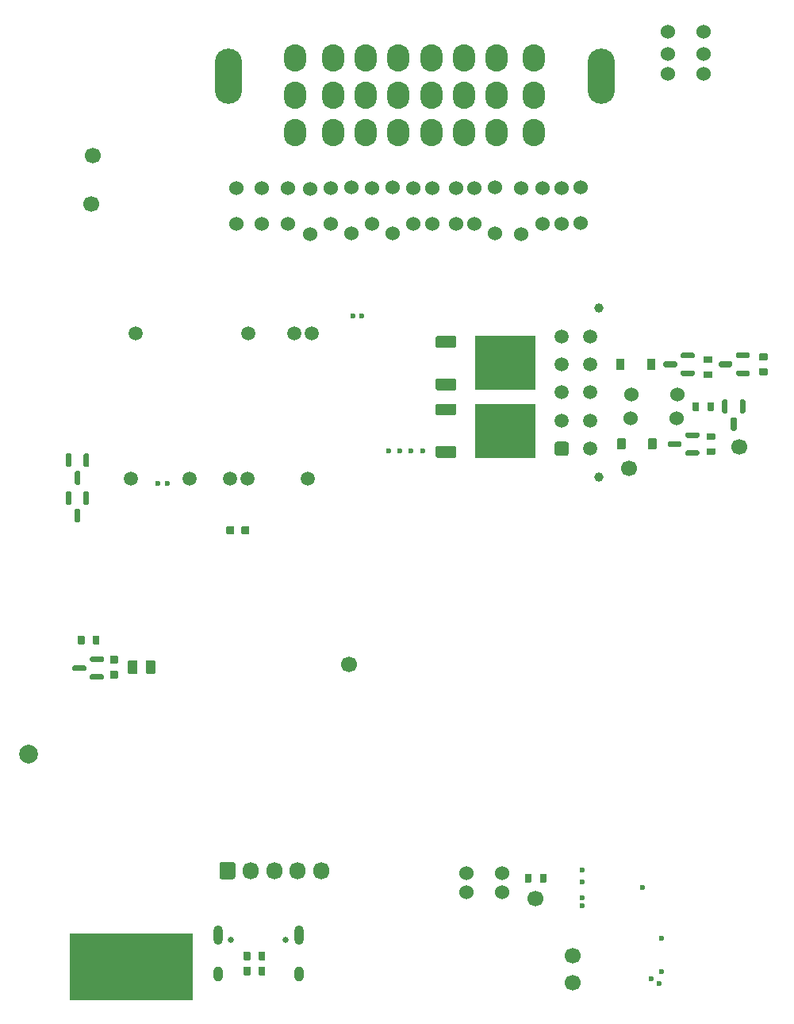
<source format=gbs>
G04 #@! TF.GenerationSoftware,KiCad,Pcbnew,7.0.6-7.0.6~ubuntu22.04.1*
G04 #@! TF.CreationDate,2023-07-25T21:17:33+00:00*
G04 #@! TF.ProjectId,alphax_2ch,616c7068-6178-45f3-9263-682e6b696361,G*
G04 #@! TF.SameCoordinates,PX141f5e0PYa2cace0*
G04 #@! TF.FileFunction,Soldermask,Bot*
G04 #@! TF.FilePolarity,Negative*
%FSLAX46Y46*%
G04 Gerber Fmt 4.6, Leading zero omitted, Abs format (unit mm)*
G04 Created by KiCad (PCBNEW 7.0.6-7.0.6~ubuntu22.04.1) date 2023-07-25 21:17:33*
%MOMM*%
%LPD*%
G01*
G04 APERTURE LIST*
%ADD10C,0.120000*%
%ADD11C,1.524000*%
%ADD12O,1.700000X1.850000*%
%ADD13C,0.650000*%
%ADD14O,1.000000X2.100000*%
%ADD15O,1.000000X1.600000*%
%ADD16C,1.700000*%
%ADD17C,1.000000*%
%ADD18C,1.500000*%
%ADD19C,0.599999*%
%ADD20C,0.600000*%
%ADD21O,2.900000X5.900000*%
%ADD22O,2.400000X2.900000*%
%ADD23R,6.400000X5.800000*%
%ADD24C,2.000000*%
G04 APERTURE END LIST*
G04 #@! TO.C,U4*
D10*
X19700000Y200000D02*
X6700000Y200000D01*
X6700000Y7200000D01*
X19700000Y7200000D01*
X19700000Y200000D01*
G36*
X19700000Y200000D02*
G01*
X6700000Y200000D01*
X6700000Y7200000D01*
X19700000Y7200000D01*
X19700000Y200000D01*
G37*
G04 #@! TD*
D11*
G04 #@! TO.C,R8*
X49836417Y82896579D03*
X49836417Y86706579D03*
G04 #@! TD*
G04 #@! TO.C,R9*
X47882571Y82918049D03*
X47882571Y86728049D03*
G04 #@! TD*
G04 #@! TO.C,F7*
X66550000Y62100000D03*
X71450000Y62100000D03*
G04 #@! TD*
G04 #@! TO.C,F4*
X36700000Y86750000D03*
X36700000Y81850000D03*
G04 #@! TD*
G04 #@! TO.C,J5*
G36*
G01*
X22650000Y13225000D02*
X22650000Y14575000D01*
G75*
G02*
X22900000Y14825000I250000J0D01*
G01*
X24100000Y14825000D01*
G75*
G02*
X24350000Y14575000I0J-250000D01*
G01*
X24350000Y13225000D01*
G75*
G02*
X24100000Y12975000I-250000J0D01*
G01*
X22900000Y12975000D01*
G75*
G02*
X22650000Y13225000I0J250000D01*
G01*
G37*
D12*
X26000000Y13900000D03*
X28500000Y13900000D03*
X31000000Y13900000D03*
X33500000Y13900000D03*
G04 #@! TD*
D13*
G04 #@! TO.C,J6*
X23910000Y6520000D03*
X29690000Y6520000D03*
D14*
X22480000Y7020000D03*
D15*
X22480000Y2840000D03*
D14*
X31120000Y7020000D03*
D15*
X31120000Y2840000D03*
G04 #@! TD*
D16*
G04 #@! TO.C,P2*
X78100000Y59100000D03*
G04 #@! TD*
D11*
G04 #@! TO.C,R11*
X24500000Y82895000D03*
X24500000Y86705000D03*
G04 #@! TD*
G04 #@! TO.C,R6*
X74305000Y103400000D03*
X70495000Y103400000D03*
G04 #@! TD*
D17*
G04 #@! TO.C,J1*
X63125000Y55900000D03*
X63125000Y73900000D03*
G36*
G01*
X59684999Y58150000D02*
X58685001Y58150000D01*
G75*
G02*
X58435000Y58400001I0J250001D01*
G01*
X58435000Y59399999D01*
G75*
G02*
X58685001Y59650000I250001J0D01*
G01*
X59684999Y59650000D01*
G75*
G02*
X59935000Y59399999I0J-250001D01*
G01*
X59935000Y58400001D01*
G75*
G02*
X59684999Y58150000I-250001J0D01*
G01*
G37*
D18*
X59185000Y61900000D03*
X59185000Y64900000D03*
X59185000Y67900000D03*
X59185000Y70900000D03*
X62185000Y58900000D03*
X62185000Y61900000D03*
X62185000Y64900000D03*
X62185000Y67900000D03*
X62185000Y70900000D03*
G04 #@! TD*
D11*
G04 #@! TO.C,R17*
X38900000Y82895000D03*
X38900000Y86705000D03*
G04 #@! TD*
D19*
G04 #@! TO.C,M8*
X69577499Y1826662D03*
X68702497Y2351662D03*
X69877501Y3101660D03*
X69802498Y6651661D03*
G04 #@! TD*
D11*
G04 #@! TO.C,F6*
X66600010Y64700000D03*
X71500010Y64700000D03*
G04 #@! TD*
G04 #@! TO.C,R16*
X45400000Y82895000D03*
X45400000Y86705000D03*
G04 #@! TD*
D16*
G04 #@! TO.C,P3*
X60400000Y1900000D03*
G04 #@! TD*
D18*
G04 #@! TO.C,M1*
X32074999Y55675006D03*
X25675002Y55675006D03*
X23774999Y55675006D03*
X19474999Y55675006D03*
D20*
X17075002Y55225007D03*
X16075001Y55225007D03*
D18*
X13224999Y55675006D03*
X32525001Y71175003D03*
X30675002Y71175003D03*
X25724999Y71175003D03*
X13675001Y71175003D03*
G04 #@! TD*
D16*
G04 #@! TO.C,P5*
X56400000Y10900000D03*
G04 #@! TD*
G04 #@! TO.C,J10*
X66375000Y56800000D03*
G04 #@! TD*
D20*
G04 #@! TO.C,M3*
X41925000Y58675000D03*
X40725000Y58675000D03*
X43125000Y58675000D03*
X44325000Y58675000D03*
X37865000Y73100000D03*
X36865000Y73100000D03*
G04 #@! TD*
D11*
G04 #@! TO.C,R10*
X43300000Y82895000D03*
X43300000Y86705000D03*
G04 #@! TD*
G04 #@! TO.C,R19*
X30000000Y82895000D03*
X30000000Y86705000D03*
G04 #@! TD*
G04 #@! TO.C,F1*
X54846000Y86700000D03*
X54846000Y81800000D03*
G04 #@! TD*
G04 #@! TO.C,R14*
X70495000Y98900000D03*
X74305000Y98900000D03*
G04 #@! TD*
G04 #@! TO.C,F3*
X41100000Y86750000D03*
X41100000Y81850000D03*
G04 #@! TD*
D19*
G04 #@! TO.C,M4*
X67793366Y12132507D03*
X61368367Y13962500D03*
X61368367Y12687502D03*
X61368367Y11037513D03*
X61368367Y10137502D03*
G04 #@! TD*
D16*
G04 #@! TO.C,J9*
X36475000Y35925000D03*
G04 #@! TD*
D11*
G04 #@! TO.C,R26*
X52805000Y11600000D03*
X48995000Y11600000D03*
G04 #@! TD*
G04 #@! TO.C,R25*
X52805000Y13600000D03*
X48995000Y13600000D03*
G04 #@! TD*
G04 #@! TO.C,R15*
X57132000Y82895000D03*
X57132000Y86705000D03*
G04 #@! TD*
G04 #@! TO.C,R7*
X59164000Y82895000D03*
X59164000Y86705000D03*
G04 #@! TD*
G04 #@! TO.C,R13*
X74305000Y101000000D03*
X70495000Y101000000D03*
G04 #@! TD*
G04 #@! TO.C,R20*
X61196000Y82943000D03*
X61196000Y86753000D03*
G04 #@! TD*
D21*
G04 #@! TO.C,P1*
X23600000Y98599000D03*
X63400000Y98599000D03*
D22*
X30750000Y92599000D03*
X34750000Y92599000D03*
X38250000Y92599000D03*
X41750000Y92599000D03*
X45250000Y92599000D03*
X48750000Y92599000D03*
X52250000Y92599000D03*
X56250000Y92599000D03*
X30750000Y96599000D03*
X34750000Y96599000D03*
X38250000Y96599000D03*
X41750000Y96599000D03*
X45250000Y96599000D03*
X48750000Y96599000D03*
X52250000Y96599000D03*
X56250000Y96599000D03*
X30750000Y100599000D03*
X34750000Y100599000D03*
X38250000Y100599000D03*
X41750000Y100599000D03*
X45250000Y100599000D03*
X48750000Y100599000D03*
X52250000Y100599000D03*
X56250000Y100599000D03*
G04 #@! TD*
D11*
G04 #@! TO.C,R12*
X27200000Y82895000D03*
X27200000Y86705000D03*
G04 #@! TD*
G04 #@! TO.C,R18*
X34500000Y82895000D03*
X34500000Y86705000D03*
G04 #@! TD*
D16*
G04 #@! TO.C,P4*
X60400000Y4800000D03*
G04 #@! TD*
D11*
G04 #@! TO.C,F5*
X32300000Y86650000D03*
X32300000Y81750000D03*
G04 #@! TD*
G04 #@! TO.C,F2*
X52052000Y86750000D03*
X52052000Y81850000D03*
G04 #@! TD*
G04 #@! TO.C,R29*
G36*
G01*
X55250000Y12710000D02*
X55250000Y13490000D01*
G75*
G02*
X55320000Y13560000I70000J0D01*
G01*
X55880000Y13560000D01*
G75*
G02*
X55950000Y13490000I0J-70000D01*
G01*
X55950000Y12710000D01*
G75*
G02*
X55880000Y12640000I-70000J0D01*
G01*
X55320000Y12640000D01*
G75*
G02*
X55250000Y12710000I0J70000D01*
G01*
G37*
G36*
G01*
X56850000Y12710000D02*
X56850000Y13490000D01*
G75*
G02*
X56920000Y13560000I70000J0D01*
G01*
X57480000Y13560000D01*
G75*
G02*
X57550000Y13490000I0J-70000D01*
G01*
X57550000Y12710000D01*
G75*
G02*
X57480000Y12640000I-70000J0D01*
G01*
X56920000Y12640000D01*
G75*
G02*
X56850000Y12710000I0J70000D01*
G01*
G37*
G04 #@! TD*
G04 #@! TO.C,R4*
G36*
G01*
X25250000Y2810000D02*
X25250000Y3590000D01*
G75*
G02*
X25320000Y3660000I70000J0D01*
G01*
X25880000Y3660000D01*
G75*
G02*
X25950000Y3590000I0J-70000D01*
G01*
X25950000Y2810000D01*
G75*
G02*
X25880000Y2740000I-70000J0D01*
G01*
X25320000Y2740000D01*
G75*
G02*
X25250000Y2810000I0J70000D01*
G01*
G37*
G36*
G01*
X26850000Y2810000D02*
X26850000Y3590000D01*
G75*
G02*
X26920000Y3660000I70000J0D01*
G01*
X27480000Y3660000D01*
G75*
G02*
X27550000Y3590000I0J-70000D01*
G01*
X27550000Y2810000D01*
G75*
G02*
X27480000Y2740000I-70000J0D01*
G01*
X26920000Y2740000D01*
G75*
G02*
X26850000Y2810000I0J70000D01*
G01*
G37*
G04 #@! TD*
G04 #@! TO.C,R60*
G36*
G01*
X12900000Y34975000D02*
X12900000Y36225000D01*
G75*
G02*
X13000000Y36325000I100000J0D01*
G01*
X13800000Y36325000D01*
G75*
G02*
X13900000Y36225000I0J-100000D01*
G01*
X13900000Y34975000D01*
G75*
G02*
X13800000Y34875000I-100000J0D01*
G01*
X13000000Y34875000D01*
G75*
G02*
X12900000Y34975000I0J100000D01*
G01*
G37*
G36*
G01*
X14800022Y34975000D02*
X14800022Y36225000D01*
G75*
G02*
X14900022Y36325000I100000J0D01*
G01*
X15700022Y36325000D01*
G75*
G02*
X15800022Y36225000I0J-100000D01*
G01*
X15800022Y34975000D01*
G75*
G02*
X15700022Y34875000I-100000J0D01*
G01*
X14900022Y34875000D01*
G75*
G02*
X14800022Y34975000I0J100000D01*
G01*
G37*
G04 #@! TD*
D16*
G04 #@! TO.C,J8*
X9000000Y85000000D03*
G04 #@! TD*
G04 #@! TO.C,D32*
G36*
G01*
X65100000Y58890000D02*
X65100000Y59910000D01*
G75*
G02*
X65190000Y60000000I90000J0D01*
G01*
X65910000Y60000000D01*
G75*
G02*
X66000000Y59910000I0J-90000D01*
G01*
X66000000Y58890000D01*
G75*
G02*
X65910000Y58800000I-90000J0D01*
G01*
X65190000Y58800000D01*
G75*
G02*
X65100000Y58890000I0J90000D01*
G01*
G37*
G36*
G01*
X68400000Y58890000D02*
X68400000Y59910000D01*
G75*
G02*
X68490000Y60000000I90000J0D01*
G01*
X69210000Y60000000D01*
G75*
G02*
X69300000Y59910000I0J-90000D01*
G01*
X69300000Y58890000D01*
G75*
G02*
X69210000Y58800000I-90000J0D01*
G01*
X68490000Y58800000D01*
G75*
G02*
X68400000Y58890000I0J90000D01*
G01*
G37*
G04 #@! TD*
G04 #@! TO.C,D28*
G36*
G01*
X6400000Y54375000D02*
X6700000Y54375000D01*
G75*
G02*
X6850000Y54225000I0J-150000D01*
G01*
X6850000Y53050000D01*
G75*
G02*
X6700000Y52900000I-150000J0D01*
G01*
X6400000Y52900000D01*
G75*
G02*
X6250000Y53050000I0J150000D01*
G01*
X6250000Y54225000D01*
G75*
G02*
X6400000Y54375000I150000J0D01*
G01*
G37*
G36*
G01*
X8300000Y54375000D02*
X8600000Y54375000D01*
G75*
G02*
X8750000Y54225000I0J-150000D01*
G01*
X8750000Y53050000D01*
G75*
G02*
X8600000Y52900000I-150000J0D01*
G01*
X8300000Y52900000D01*
G75*
G02*
X8150000Y53050000I0J150000D01*
G01*
X8150000Y54225000D01*
G75*
G02*
X8300000Y54375000I150000J0D01*
G01*
G37*
G36*
G01*
X7350000Y52500000D02*
X7650000Y52500000D01*
G75*
G02*
X7800000Y52350000I0J-150000D01*
G01*
X7800000Y51175000D01*
G75*
G02*
X7650000Y51025000I-150000J0D01*
G01*
X7350000Y51025000D01*
G75*
G02*
X7200000Y51175000I0J150000D01*
G01*
X7200000Y52350000D01*
G75*
G02*
X7350000Y52500000I150000J0D01*
G01*
G37*
G04 #@! TD*
G04 #@! TO.C,R66*
G36*
G01*
X74410000Y68750000D02*
X75190000Y68750000D01*
G75*
G02*
X75260000Y68680000I0J-70000D01*
G01*
X75260000Y68120000D01*
G75*
G02*
X75190000Y68050000I-70000J0D01*
G01*
X74410000Y68050000D01*
G75*
G02*
X74340000Y68120000I0J70000D01*
G01*
X74340000Y68680000D01*
G75*
G02*
X74410000Y68750000I70000J0D01*
G01*
G37*
G36*
G01*
X74410000Y67150000D02*
X75190000Y67150000D01*
G75*
G02*
X75260000Y67080000I0J-70000D01*
G01*
X75260000Y66520000D01*
G75*
G02*
X75190000Y66450000I-70000J0D01*
G01*
X74410000Y66450000D01*
G75*
G02*
X74340000Y66520000I0J70000D01*
G01*
X74340000Y67080000D01*
G75*
G02*
X74410000Y67150000I70000J0D01*
G01*
G37*
G04 #@! TD*
G04 #@! TO.C,Q8*
G36*
G01*
X45725000Y58065000D02*
X45725000Y59025000D01*
G75*
G02*
X45845000Y59145000I120000J0D01*
G01*
X47805000Y59145000D01*
G75*
G02*
X47925000Y59025000I0J-120000D01*
G01*
X47925000Y58065000D01*
G75*
G02*
X47805000Y57945000I-120000J0D01*
G01*
X45845000Y57945000D01*
G75*
G02*
X45725000Y58065000I0J120000D01*
G01*
G37*
D23*
X53125000Y60825000D03*
G36*
G01*
X45725000Y62625000D02*
X45725000Y63585000D01*
G75*
G02*
X45845000Y63705000I120000J0D01*
G01*
X47805000Y63705000D01*
G75*
G02*
X47925000Y63585000I0J-120000D01*
G01*
X47925000Y62625000D01*
G75*
G02*
X47805000Y62505000I-120000J0D01*
G01*
X45845000Y62505000D01*
G75*
G02*
X45725000Y62625000I0J120000D01*
G01*
G37*
G04 #@! TD*
G04 #@! TO.C,R57*
G36*
G01*
X7550000Y38110000D02*
X7550000Y38890000D01*
G75*
G02*
X7620000Y38960000I70000J0D01*
G01*
X8180000Y38960000D01*
G75*
G02*
X8250000Y38890000I0J-70000D01*
G01*
X8250000Y38110000D01*
G75*
G02*
X8180000Y38040000I-70000J0D01*
G01*
X7620000Y38040000D01*
G75*
G02*
X7550000Y38110000I0J70000D01*
G01*
G37*
G36*
G01*
X9150000Y38110000D02*
X9150000Y38890000D01*
G75*
G02*
X9220000Y38960000I70000J0D01*
G01*
X9780000Y38960000D01*
G75*
G02*
X9850000Y38890000I0J-70000D01*
G01*
X9850000Y38110000D01*
G75*
G02*
X9780000Y38040000I-70000J0D01*
G01*
X9220000Y38040000D01*
G75*
G02*
X9150000Y38110000I0J70000D01*
G01*
G37*
G04 #@! TD*
G04 #@! TO.C,Q19*
G36*
G01*
X73875000Y60500000D02*
X73875000Y60200000D01*
G75*
G02*
X73725000Y60050000I-150000J0D01*
G01*
X72550000Y60050000D01*
G75*
G02*
X72400000Y60200000I0J150000D01*
G01*
X72400000Y60500000D01*
G75*
G02*
X72550000Y60650000I150000J0D01*
G01*
X73725000Y60650000D01*
G75*
G02*
X73875000Y60500000I0J-150000D01*
G01*
G37*
G36*
G01*
X73875000Y58600000D02*
X73875000Y58300000D01*
G75*
G02*
X73725000Y58150000I-150000J0D01*
G01*
X72550000Y58150000D01*
G75*
G02*
X72400000Y58300000I0J150000D01*
G01*
X72400000Y58600000D01*
G75*
G02*
X72550000Y58750000I150000J0D01*
G01*
X73725000Y58750000D01*
G75*
G02*
X73875000Y58600000I0J-150000D01*
G01*
G37*
G36*
G01*
X72000000Y59550000D02*
X72000000Y59250000D01*
G75*
G02*
X71850000Y59100000I-150000J0D01*
G01*
X70675000Y59100000D01*
G75*
G02*
X70525000Y59250000I0J150000D01*
G01*
X70525000Y59550000D01*
G75*
G02*
X70675000Y59700000I150000J0D01*
G01*
X71850000Y59700000D01*
G75*
G02*
X72000000Y59550000I0J-150000D01*
G01*
G37*
G04 #@! TD*
G04 #@! TO.C,Q18*
G36*
G01*
X73375000Y69000000D02*
X73375000Y68700000D01*
G75*
G02*
X73225000Y68550000I-150000J0D01*
G01*
X72050000Y68550000D01*
G75*
G02*
X71900000Y68700000I0J150000D01*
G01*
X71900000Y69000000D01*
G75*
G02*
X72050000Y69150000I150000J0D01*
G01*
X73225000Y69150000D01*
G75*
G02*
X73375000Y69000000I0J-150000D01*
G01*
G37*
G36*
G01*
X73375000Y67100000D02*
X73375000Y66800000D01*
G75*
G02*
X73225000Y66650000I-150000J0D01*
G01*
X72050000Y66650000D01*
G75*
G02*
X71900000Y66800000I0J150000D01*
G01*
X71900000Y67100000D01*
G75*
G02*
X72050000Y67250000I150000J0D01*
G01*
X73225000Y67250000D01*
G75*
G02*
X73375000Y67100000I0J-150000D01*
G01*
G37*
G36*
G01*
X71500000Y68050000D02*
X71500000Y67750000D01*
G75*
G02*
X71350000Y67600000I-150000J0D01*
G01*
X70175000Y67600000D01*
G75*
G02*
X70025000Y67750000I0J150000D01*
G01*
X70025000Y68050000D01*
G75*
G02*
X70175000Y68200000I150000J0D01*
G01*
X71350000Y68200000D01*
G75*
G02*
X71500000Y68050000I0J-150000D01*
G01*
G37*
G04 #@! TD*
G04 #@! TO.C,D29*
G36*
G01*
X6400000Y58412500D02*
X6700000Y58412500D01*
G75*
G02*
X6850000Y58262500I0J-150000D01*
G01*
X6850000Y57087500D01*
G75*
G02*
X6700000Y56937500I-150000J0D01*
G01*
X6400000Y56937500D01*
G75*
G02*
X6250000Y57087500I0J150000D01*
G01*
X6250000Y58262500D01*
G75*
G02*
X6400000Y58412500I150000J0D01*
G01*
G37*
G36*
G01*
X8300000Y58412500D02*
X8600000Y58412500D01*
G75*
G02*
X8750000Y58262500I0J-150000D01*
G01*
X8750000Y57087500D01*
G75*
G02*
X8600000Y56937500I-150000J0D01*
G01*
X8300000Y56937500D01*
G75*
G02*
X8150000Y57087500I0J150000D01*
G01*
X8150000Y58262500D01*
G75*
G02*
X8300000Y58412500I150000J0D01*
G01*
G37*
G36*
G01*
X7350000Y56537500D02*
X7650000Y56537500D01*
G75*
G02*
X7800000Y56387500I0J-150000D01*
G01*
X7800000Y55212500D01*
G75*
G02*
X7650000Y55062500I-150000J0D01*
G01*
X7350000Y55062500D01*
G75*
G02*
X7200000Y55212500I0J150000D01*
G01*
X7200000Y56387500D01*
G75*
G02*
X7350000Y56537500I150000J0D01*
G01*
G37*
G04 #@! TD*
G04 #@! TO.C,C5*
G36*
G01*
X11740000Y34384999D02*
X11060000Y34384999D01*
G75*
G02*
X10975000Y34469999I0J85000D01*
G01*
X10975000Y35149999D01*
G75*
G02*
X11060000Y35234999I85000J0D01*
G01*
X11740000Y35234999D01*
G75*
G02*
X11825000Y35149999I0J-85000D01*
G01*
X11825000Y34469999D01*
G75*
G02*
X11740000Y34384999I-85000J0D01*
G01*
G37*
G36*
G01*
X11740000Y35965001D02*
X11060000Y35965001D01*
G75*
G02*
X10975000Y36050001I0J85000D01*
G01*
X10975000Y36730001D01*
G75*
G02*
X11060000Y36815001I85000J0D01*
G01*
X11740000Y36815001D01*
G75*
G02*
X11825000Y36730001I0J-85000D01*
G01*
X11825000Y36050001D01*
G75*
G02*
X11740000Y35965001I-85000J0D01*
G01*
G37*
G04 #@! TD*
D16*
G04 #@! TO.C,J7*
X9100000Y90200000D03*
G04 #@! TD*
G04 #@! TO.C,Q25*
G36*
G01*
X76450000Y64137500D02*
X76750000Y64137500D01*
G75*
G02*
X76900000Y63987500I0J-150000D01*
G01*
X76900000Y62812500D01*
G75*
G02*
X76750000Y62662500I-150000J0D01*
G01*
X76450000Y62662500D01*
G75*
G02*
X76300000Y62812500I0J150000D01*
G01*
X76300000Y63987500D01*
G75*
G02*
X76450000Y64137500I150000J0D01*
G01*
G37*
G36*
G01*
X77400000Y62262500D02*
X77700000Y62262500D01*
G75*
G02*
X77850000Y62112500I0J-150000D01*
G01*
X77850000Y60937500D01*
G75*
G02*
X77700000Y60787500I-150000J0D01*
G01*
X77400000Y60787500D01*
G75*
G02*
X77250000Y60937500I0J150000D01*
G01*
X77250000Y62112500D01*
G75*
G02*
X77400000Y62262500I150000J0D01*
G01*
G37*
G36*
G01*
X78350000Y64137500D02*
X78650000Y64137500D01*
G75*
G02*
X78800000Y63987500I0J-150000D01*
G01*
X78800000Y62812500D01*
G75*
G02*
X78650000Y62662500I-150000J0D01*
G01*
X78350000Y62662500D01*
G75*
G02*
X78200000Y62812500I0J150000D01*
G01*
X78200000Y63987500D01*
G75*
G02*
X78350000Y64137500I150000J0D01*
G01*
G37*
G04 #@! TD*
G04 #@! TO.C,D27*
G36*
G01*
X10312500Y36600000D02*
X10312500Y36300000D01*
G75*
G02*
X10162500Y36150000I-150000J0D01*
G01*
X8987500Y36150000D01*
G75*
G02*
X8837500Y36300000I0J150000D01*
G01*
X8837500Y36600000D01*
G75*
G02*
X8987500Y36750000I150000J0D01*
G01*
X10162500Y36750000D01*
G75*
G02*
X10312500Y36600000I0J-150000D01*
G01*
G37*
G36*
G01*
X8437500Y35650000D02*
X8437500Y35350000D01*
G75*
G02*
X8287500Y35200000I-150000J0D01*
G01*
X7112500Y35200000D01*
G75*
G02*
X6962500Y35350000I0J150000D01*
G01*
X6962500Y35650000D01*
G75*
G02*
X7112500Y35800000I150000J0D01*
G01*
X8287500Y35800000D01*
G75*
G02*
X8437500Y35650000I0J-150000D01*
G01*
G37*
G36*
G01*
X10312500Y34700000D02*
X10312500Y34400000D01*
G75*
G02*
X10162500Y34250000I-150000J0D01*
G01*
X8987500Y34250000D01*
G75*
G02*
X8837500Y34400000I0J150000D01*
G01*
X8837500Y34700000D01*
G75*
G02*
X8987500Y34850000I150000J0D01*
G01*
X10162500Y34850000D01*
G75*
G02*
X10312500Y34700000I0J-150000D01*
G01*
G37*
G04 #@! TD*
G04 #@! TO.C,R73*
G36*
G01*
X80310000Y69050000D02*
X81090000Y69050000D01*
G75*
G02*
X81160000Y68980000I0J-70000D01*
G01*
X81160000Y68420000D01*
G75*
G02*
X81090000Y68350000I-70000J0D01*
G01*
X80310000Y68350000D01*
G75*
G02*
X80240000Y68420000I0J70000D01*
G01*
X80240000Y68980000D01*
G75*
G02*
X80310000Y69050000I70000J0D01*
G01*
G37*
G36*
G01*
X80310000Y67450000D02*
X81090000Y67450000D01*
G75*
G02*
X81160000Y67380000I0J-70000D01*
G01*
X81160000Y66820000D01*
G75*
G02*
X81090000Y66750000I-70000J0D01*
G01*
X80310000Y66750000D01*
G75*
G02*
X80240000Y66820000I0J70000D01*
G01*
X80240000Y67380000D01*
G75*
G02*
X80310000Y67450000I70000J0D01*
G01*
G37*
G04 #@! TD*
G04 #@! TO.C,D31*
G36*
G01*
X65000000Y67390000D02*
X65000000Y68410000D01*
G75*
G02*
X65090000Y68500000I90000J0D01*
G01*
X65810000Y68500000D01*
G75*
G02*
X65900000Y68410000I0J-90000D01*
G01*
X65900000Y67390000D01*
G75*
G02*
X65810000Y67300000I-90000J0D01*
G01*
X65090000Y67300000D01*
G75*
G02*
X65000000Y67390000I0J90000D01*
G01*
G37*
G36*
G01*
X68300000Y67390000D02*
X68300000Y68410000D01*
G75*
G02*
X68390000Y68500000I90000J0D01*
G01*
X69110000Y68500000D01*
G75*
G02*
X69200000Y68410000I0J-90000D01*
G01*
X69200000Y67390000D01*
G75*
G02*
X69110000Y67300000I-90000J0D01*
G01*
X68390000Y67300000D01*
G75*
G02*
X68300000Y67390000I0J90000D01*
G01*
G37*
G04 #@! TD*
D24*
G04 #@! TO.C,J4*
X2250000Y26300000D03*
G04 #@! TD*
G04 #@! TO.C,Q24*
G36*
G01*
X79275000Y69000000D02*
X79275000Y68700000D01*
G75*
G02*
X79125000Y68550000I-150000J0D01*
G01*
X77950000Y68550000D01*
G75*
G02*
X77800000Y68700000I0J150000D01*
G01*
X77800000Y69000000D01*
G75*
G02*
X77950000Y69150000I150000J0D01*
G01*
X79125000Y69150000D01*
G75*
G02*
X79275000Y69000000I0J-150000D01*
G01*
G37*
G36*
G01*
X77400000Y68050000D02*
X77400000Y67750000D01*
G75*
G02*
X77250000Y67600000I-150000J0D01*
G01*
X76075000Y67600000D01*
G75*
G02*
X75925000Y67750000I0J150000D01*
G01*
X75925000Y68050000D01*
G75*
G02*
X76075000Y68200000I150000J0D01*
G01*
X77250000Y68200000D01*
G75*
G02*
X77400000Y68050000I0J-150000D01*
G01*
G37*
G36*
G01*
X79275000Y67100000D02*
X79275000Y66800000D01*
G75*
G02*
X79125000Y66650000I-150000J0D01*
G01*
X77950000Y66650000D01*
G75*
G02*
X77800000Y66800000I0J150000D01*
G01*
X77800000Y67100000D01*
G75*
G02*
X77950000Y67250000I150000J0D01*
G01*
X79125000Y67250000D01*
G75*
G02*
X79275000Y67100000I0J-150000D01*
G01*
G37*
G04 #@! TD*
G04 #@! TO.C,R74*
G36*
G01*
X75450000Y63790000D02*
X75450000Y63010000D01*
G75*
G02*
X75380000Y62940000I-70000J0D01*
G01*
X74820000Y62940000D01*
G75*
G02*
X74750000Y63010000I0J70000D01*
G01*
X74750000Y63790000D01*
G75*
G02*
X74820000Y63860000I70000J0D01*
G01*
X75380000Y63860000D01*
G75*
G02*
X75450000Y63790000I0J-70000D01*
G01*
G37*
G36*
G01*
X73850000Y63790000D02*
X73850000Y63010000D01*
G75*
G02*
X73780000Y62940000I-70000J0D01*
G01*
X73220000Y62940000D01*
G75*
G02*
X73150000Y63010000I0J70000D01*
G01*
X73150000Y63790000D01*
G75*
G02*
X73220000Y63860000I70000J0D01*
G01*
X73780000Y63860000D01*
G75*
G02*
X73850000Y63790000I0J-70000D01*
G01*
G37*
G04 #@! TD*
G04 #@! TO.C,R3*
G36*
G01*
X27550000Y5190000D02*
X27550000Y4410000D01*
G75*
G02*
X27480000Y4340000I-70000J0D01*
G01*
X26920000Y4340000D01*
G75*
G02*
X26850000Y4410000I0J70000D01*
G01*
X26850000Y5190000D01*
G75*
G02*
X26920000Y5260000I70000J0D01*
G01*
X27480000Y5260000D01*
G75*
G02*
X27550000Y5190000I0J-70000D01*
G01*
G37*
G36*
G01*
X25950000Y5190000D02*
X25950000Y4410000D01*
G75*
G02*
X25880000Y4340000I-70000J0D01*
G01*
X25320000Y4340000D01*
G75*
G02*
X25250000Y4410000I0J70000D01*
G01*
X25250000Y5190000D01*
G75*
G02*
X25320000Y5260000I70000J0D01*
G01*
X25880000Y5260000D01*
G75*
G02*
X25950000Y5190000I0J-70000D01*
G01*
G37*
G04 #@! TD*
G04 #@! TO.C,C2*
G36*
G01*
X23394998Y49860000D02*
X23394998Y50540000D01*
G75*
G02*
X23479998Y50625000I85000J0D01*
G01*
X24159998Y50625000D01*
G75*
G02*
X24244998Y50540000I0J-85000D01*
G01*
X24244998Y49860000D01*
G75*
G02*
X24159998Y49775000I-85000J0D01*
G01*
X23479998Y49775000D01*
G75*
G02*
X23394998Y49860000I0J85000D01*
G01*
G37*
G36*
G01*
X24975000Y49860000D02*
X24975000Y50540000D01*
G75*
G02*
X25060000Y50625000I85000J0D01*
G01*
X25740000Y50625000D01*
G75*
G02*
X25825000Y50540000I0J-85000D01*
G01*
X25825000Y49860000D01*
G75*
G02*
X25740000Y49775000I-85000J0D01*
G01*
X25060000Y49775000D01*
G75*
G02*
X24975000Y49860000I0J85000D01*
G01*
G37*
G04 #@! TD*
G04 #@! TO.C,R72*
G36*
G01*
X74710000Y60550000D02*
X75490000Y60550000D01*
G75*
G02*
X75560000Y60480000I0J-70000D01*
G01*
X75560000Y59920000D01*
G75*
G02*
X75490000Y59850000I-70000J0D01*
G01*
X74710000Y59850000D01*
G75*
G02*
X74640000Y59920000I0J70000D01*
G01*
X74640000Y60480000D01*
G75*
G02*
X74710000Y60550000I70000J0D01*
G01*
G37*
G36*
G01*
X74710000Y58950000D02*
X75490000Y58950000D01*
G75*
G02*
X75560000Y58880000I0J-70000D01*
G01*
X75560000Y58320000D01*
G75*
G02*
X75490000Y58250000I-70000J0D01*
G01*
X74710000Y58250000D01*
G75*
G02*
X74640000Y58320000I0J70000D01*
G01*
X74640000Y58880000D01*
G75*
G02*
X74710000Y58950000I70000J0D01*
G01*
G37*
G04 #@! TD*
G04 #@! TO.C,Q9*
G36*
G01*
X45725000Y65265000D02*
X45725000Y66225000D01*
G75*
G02*
X45845000Y66345000I120000J0D01*
G01*
X47805000Y66345000D01*
G75*
G02*
X47925000Y66225000I0J-120000D01*
G01*
X47925000Y65265000D01*
G75*
G02*
X47805000Y65145000I-120000J0D01*
G01*
X45845000Y65145000D01*
G75*
G02*
X45725000Y65265000I0J120000D01*
G01*
G37*
D23*
X53125000Y68025000D03*
G36*
G01*
X45725000Y69825000D02*
X45725000Y70785000D01*
G75*
G02*
X45845000Y70905000I120000J0D01*
G01*
X47805000Y70905000D01*
G75*
G02*
X47925000Y70785000I0J-120000D01*
G01*
X47925000Y69825000D01*
G75*
G02*
X47805000Y69705000I-120000J0D01*
G01*
X45845000Y69705000D01*
G75*
G02*
X45725000Y69825000I0J120000D01*
G01*
G37*
G04 #@! TD*
M02*

</source>
